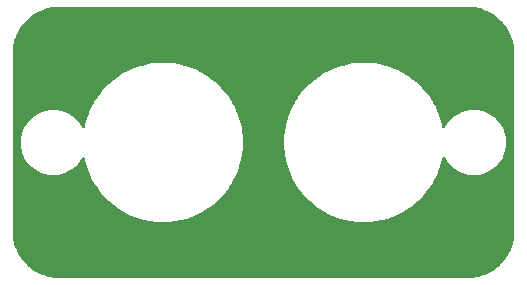
<source format=gbr>
%TF.GenerationSoftware,KiCad,Pcbnew,(6.0.6)*%
%TF.CreationDate,2022-08-24T09:27:37+01:00*%
%TF.ProjectId,frontcase,66726f6e-7463-4617-9365-2e6b69636164,rev?*%
%TF.SameCoordinates,Original*%
%TF.FileFunction,Copper,L2,Bot*%
%TF.FilePolarity,Positive*%
%FSLAX46Y46*%
G04 Gerber Fmt 4.6, Leading zero omitted, Abs format (unit mm)*
G04 Created by KiCad (PCBNEW (6.0.6)) date 2022-08-24 09:27:37*
%MOMM*%
%LPD*%
G01*
G04 APERTURE LIST*
G04 APERTURE END LIST*
%TA.AperFunction,NonConductor*%
G36*
X162249962Y-85501066D02*
G01*
X162250000Y-85501082D01*
X162250034Y-85501068D01*
X162252903Y-85501134D01*
X162595532Y-85516975D01*
X162599579Y-85517174D01*
X162614092Y-85517887D01*
X162625314Y-85518943D01*
X162869912Y-85553063D01*
X162870991Y-85553219D01*
X162920889Y-85560620D01*
X162991252Y-85571058D01*
X163001582Y-85573035D01*
X163132766Y-85603889D01*
X163222031Y-85624884D01*
X163223798Y-85625313D01*
X163361543Y-85659816D01*
X163370970Y-85662572D01*
X163577622Y-85731836D01*
X163580027Y-85732669D01*
X163666825Y-85763725D01*
X163721632Y-85783335D01*
X163730050Y-85786694D01*
X163849388Y-85839387D01*
X163925337Y-85872922D01*
X163928315Y-85874283D01*
X164068246Y-85940465D01*
X164075684Y-85944291D01*
X164259894Y-86046896D01*
X164263306Y-86048867D01*
X164398231Y-86129738D01*
X164404659Y-86133861D01*
X164577392Y-86252185D01*
X164581162Y-86254873D01*
X164708621Y-86349403D01*
X164714058Y-86353671D01*
X164874464Y-86486871D01*
X164878585Y-86490447D01*
X164996613Y-86597421D01*
X165001092Y-86601686D01*
X165148314Y-86748908D01*
X165152579Y-86753387D01*
X165259553Y-86871415D01*
X165263129Y-86875536D01*
X165396329Y-87035942D01*
X165400591Y-87041371D01*
X165495127Y-87168838D01*
X165497815Y-87172608D01*
X165616138Y-87345339D01*
X165620261Y-87351768D01*
X165701133Y-87486694D01*
X165703104Y-87490106D01*
X165805708Y-87674314D01*
X165809535Y-87681754D01*
X165875717Y-87821685D01*
X165877078Y-87824663D01*
X165963306Y-88019950D01*
X165966665Y-88028368D01*
X165986275Y-88083175D01*
X166017331Y-88169973D01*
X166018164Y-88172378D01*
X166087428Y-88379030D01*
X166090184Y-88388457D01*
X166124687Y-88526202D01*
X166125116Y-88527969D01*
X166146111Y-88617234D01*
X166176965Y-88748418D01*
X166178942Y-88758748D01*
X166189380Y-88829111D01*
X166196781Y-88879009D01*
X166196937Y-88880088D01*
X166231057Y-89124686D01*
X166232113Y-89135908D01*
X166233006Y-89154074D01*
X166233024Y-89154441D01*
X166245252Y-89418928D01*
X166245386Y-89424747D01*
X166245386Y-104575253D01*
X166245252Y-104581072D01*
X166233024Y-104845558D01*
X166233006Y-104845925D01*
X166232113Y-104864092D01*
X166231057Y-104875314D01*
X166196937Y-105119912D01*
X166196781Y-105120991D01*
X166178942Y-105241252D01*
X166176965Y-105251582D01*
X166146111Y-105382766D01*
X166125116Y-105472031D01*
X166124687Y-105473798D01*
X166090184Y-105611543D01*
X166087428Y-105620970D01*
X166018164Y-105827622D01*
X166017331Y-105830027D01*
X165986275Y-105916825D01*
X165966665Y-105971632D01*
X165963306Y-105980050D01*
X165910613Y-106099388D01*
X165877078Y-106175337D01*
X165875717Y-106178315D01*
X165809535Y-106318246D01*
X165805709Y-106325684D01*
X165703104Y-106509894D01*
X165701133Y-106513306D01*
X165620262Y-106648231D01*
X165616139Y-106654659D01*
X165497815Y-106827392D01*
X165495127Y-106831162D01*
X165400597Y-106958621D01*
X165396329Y-106964058D01*
X165263129Y-107124464D01*
X165259553Y-107128585D01*
X165152579Y-107246613D01*
X165148314Y-107251092D01*
X165001092Y-107398314D01*
X164996613Y-107402579D01*
X164878585Y-107509553D01*
X164874464Y-107513129D01*
X164714058Y-107646329D01*
X164708629Y-107650591D01*
X164581162Y-107745127D01*
X164577392Y-107747815D01*
X164404661Y-107866138D01*
X164398232Y-107870261D01*
X164263306Y-107951133D01*
X164259894Y-107953104D01*
X164075686Y-108055708D01*
X164068246Y-108059535D01*
X163928315Y-108125717D01*
X163925337Y-108127078D01*
X163849388Y-108160613D01*
X163730050Y-108213306D01*
X163721632Y-108216665D01*
X163666825Y-108236275D01*
X163580027Y-108267331D01*
X163577622Y-108268164D01*
X163370970Y-108337428D01*
X163361543Y-108340184D01*
X163223798Y-108374687D01*
X163222031Y-108375116D01*
X163132766Y-108396111D01*
X163001582Y-108426965D01*
X162991252Y-108428942D01*
X162920889Y-108439380D01*
X162870991Y-108446781D01*
X162869912Y-108446937D01*
X162625314Y-108481057D01*
X162614092Y-108482113D01*
X162599649Y-108482823D01*
X162595531Y-108483025D01*
X162256234Y-108498712D01*
X162250415Y-108498846D01*
X127749585Y-108498846D01*
X127743766Y-108498712D01*
X127404469Y-108483025D01*
X127400351Y-108482823D01*
X127385908Y-108482113D01*
X127374686Y-108481057D01*
X127130088Y-108446937D01*
X127129009Y-108446781D01*
X127079111Y-108439380D01*
X127008748Y-108428942D01*
X126998418Y-108426965D01*
X126867234Y-108396111D01*
X126777969Y-108375116D01*
X126776202Y-108374687D01*
X126638457Y-108340184D01*
X126629030Y-108337428D01*
X126422378Y-108268164D01*
X126419973Y-108267331D01*
X126333175Y-108236275D01*
X126278368Y-108216665D01*
X126269950Y-108213306D01*
X126150612Y-108160613D01*
X126074663Y-108127078D01*
X126071685Y-108125717D01*
X125931754Y-108059535D01*
X125924314Y-108055708D01*
X125740106Y-107953104D01*
X125736694Y-107951133D01*
X125601768Y-107870261D01*
X125595339Y-107866138D01*
X125422608Y-107747815D01*
X125418838Y-107745127D01*
X125291371Y-107650591D01*
X125285942Y-107646329D01*
X125125536Y-107513129D01*
X125121415Y-107509553D01*
X125003387Y-107402579D01*
X124998908Y-107398314D01*
X124851686Y-107251092D01*
X124847421Y-107246613D01*
X124740447Y-107128585D01*
X124736871Y-107124464D01*
X124603671Y-106964058D01*
X124599403Y-106958621D01*
X124504873Y-106831162D01*
X124502185Y-106827392D01*
X124383861Y-106654659D01*
X124379738Y-106648231D01*
X124298867Y-106513306D01*
X124296896Y-106509894D01*
X124194291Y-106325684D01*
X124190465Y-106318246D01*
X124124283Y-106178315D01*
X124122922Y-106175337D01*
X124089387Y-106099388D01*
X124036694Y-105980050D01*
X124033335Y-105971632D01*
X124013725Y-105916825D01*
X123982669Y-105830027D01*
X123981836Y-105827622D01*
X123912572Y-105620970D01*
X123909816Y-105611543D01*
X123875313Y-105473798D01*
X123874884Y-105472031D01*
X123853889Y-105382766D01*
X123823035Y-105251582D01*
X123821058Y-105241252D01*
X123803219Y-105120991D01*
X123803063Y-105119912D01*
X123768943Y-104875314D01*
X123767887Y-104864092D01*
X123766994Y-104845925D01*
X123766976Y-104845558D01*
X123751134Y-104502903D01*
X123751068Y-104500034D01*
X123751082Y-104500000D01*
X123751066Y-104499962D01*
X123751000Y-104497084D01*
X123751000Y-96985572D01*
X124444511Y-96985572D01*
X124462735Y-97316712D01*
X124463396Y-97320439D01*
X124463396Y-97320443D01*
X124490539Y-97473599D01*
X124520608Y-97643265D01*
X124521713Y-97646890D01*
X124521714Y-97646895D01*
X124592877Y-97880385D01*
X124617294Y-97960500D01*
X124751391Y-98263821D01*
X124761626Y-98281024D01*
X124919017Y-98545576D01*
X124919021Y-98545582D01*
X124920957Y-98548836D01*
X125123536Y-98811415D01*
X125126194Y-98814115D01*
X125337840Y-99029112D01*
X125356193Y-99047756D01*
X125615558Y-99254434D01*
X125897874Y-99428455D01*
X125901321Y-99430044D01*
X126195607Y-99565713D01*
X126195617Y-99565717D01*
X126199051Y-99567300D01*
X126202651Y-99568459D01*
X126202658Y-99568462D01*
X126511119Y-99667795D01*
X126511122Y-99667796D01*
X126514728Y-99668957D01*
X126518444Y-99669676D01*
X126518452Y-99669678D01*
X126836613Y-99731234D01*
X126836622Y-99731235D01*
X126840332Y-99731953D01*
X126844108Y-99732220D01*
X126844113Y-99732221D01*
X126942748Y-99739205D01*
X127102279Y-99750500D01*
X127283386Y-99750500D01*
X127285252Y-99750388D01*
X127285269Y-99750387D01*
X127527262Y-99735798D01*
X127527266Y-99735798D01*
X127531040Y-99735570D01*
X127534762Y-99734890D01*
X127534764Y-99734890D01*
X127608632Y-99721399D01*
X127857285Y-99675987D01*
X128174009Y-99577641D01*
X128476625Y-99441958D01*
X128760748Y-99270902D01*
X128763732Y-99268575D01*
X128763739Y-99268570D01*
X129019268Y-99069287D01*
X129019270Y-99069285D01*
X129022263Y-99066951D01*
X129257382Y-98833060D01*
X129462699Y-98572617D01*
X129635240Y-98289393D01*
X129639045Y-98281024D01*
X129685446Y-98227289D01*
X129753533Y-98207170D01*
X129821688Y-98227056D01*
X129868272Y-98280632D01*
X129877412Y-98309020D01*
X129910008Y-98475934D01*
X129923030Y-98542614D01*
X129923655Y-98544890D01*
X130056576Y-99029112D01*
X130056580Y-99029126D01*
X130057206Y-99031405D01*
X130227654Y-99508759D01*
X130228619Y-99510931D01*
X130405123Y-99908299D01*
X130433413Y-99971990D01*
X130434537Y-99974082D01*
X130434541Y-99974090D01*
X130672205Y-100416404D01*
X130672213Y-100416418D01*
X130673326Y-100418489D01*
X130946041Y-100845743D01*
X131250024Y-101251347D01*
X131251572Y-101253119D01*
X131251579Y-101253127D01*
X131539807Y-101582947D01*
X131583562Y-101633016D01*
X131585238Y-101634666D01*
X131585240Y-101634668D01*
X131943087Y-101986938D01*
X131943096Y-101986946D01*
X131944779Y-101988603D01*
X132331641Y-102316106D01*
X132333546Y-102317488D01*
X132333553Y-102317493D01*
X132643826Y-102542506D01*
X132741969Y-102613680D01*
X132743972Y-102614915D01*
X132743980Y-102614920D01*
X133171435Y-102878406D01*
X133171445Y-102878412D01*
X133173454Y-102879650D01*
X133623666Y-103112520D01*
X133625845Y-103113447D01*
X133625851Y-103113450D01*
X134087909Y-103310058D01*
X134087917Y-103310061D01*
X134090072Y-103310978D01*
X134092305Y-103311736D01*
X134509463Y-103453342D01*
X134570045Y-103473907D01*
X134572330Y-103474496D01*
X134572334Y-103474497D01*
X134917571Y-103563460D01*
X135060882Y-103600389D01*
X135063214Y-103600807D01*
X135063221Y-103600808D01*
X135254605Y-103635071D01*
X135559822Y-103689713D01*
X135814199Y-103715776D01*
X136061874Y-103741153D01*
X136061887Y-103741154D01*
X136064055Y-103741376D01*
X136082038Y-103741957D01*
X136345527Y-103750468D01*
X136345555Y-103750468D01*
X136346532Y-103750500D01*
X136632036Y-103750500D01*
X136633222Y-103750455D01*
X136633247Y-103750455D01*
X137004147Y-103736530D01*
X137004149Y-103736530D01*
X137006516Y-103736441D01*
X137510180Y-103679501D01*
X138008157Y-103584957D01*
X138418966Y-103474497D01*
X138495364Y-103453955D01*
X138495369Y-103453953D01*
X138497643Y-103453342D01*
X138499854Y-103452566D01*
X138499859Y-103452564D01*
X138618824Y-103410786D01*
X138975883Y-103285396D01*
X138978026Y-103284457D01*
X138978040Y-103284452D01*
X139438023Y-103083012D01*
X139438027Y-103083010D01*
X139440185Y-103082065D01*
X139824019Y-102878406D01*
X139885852Y-102845598D01*
X139885858Y-102845594D01*
X139887934Y-102844493D01*
X140316610Y-102574019D01*
X140318491Y-102572624D01*
X140318505Y-102572615D01*
X140721898Y-102273574D01*
X140723800Y-102272164D01*
X140861049Y-102153484D01*
X141105417Y-101942180D01*
X141105428Y-101942170D01*
X141107211Y-101940628D01*
X141464684Y-101581278D01*
X141794207Y-101196137D01*
X142051128Y-100845743D01*
X142092517Y-100789295D01*
X142092520Y-100789290D01*
X142093926Y-100787373D01*
X142322738Y-100420485D01*
X142360897Y-100359299D01*
X142360902Y-100359291D01*
X142362152Y-100357286D01*
X142597376Y-99908299D01*
X142740793Y-99576087D01*
X142797340Y-99445101D01*
X142797343Y-99445093D01*
X142798273Y-99442939D01*
X142927297Y-99069287D01*
X142962942Y-98966060D01*
X142962945Y-98966050D01*
X142963713Y-98963826D01*
X142964313Y-98961548D01*
X143092165Y-98475934D01*
X143092168Y-98475922D01*
X143092764Y-98473657D01*
X143093193Y-98471334D01*
X143172229Y-98042802D01*
X143184699Y-97975192D01*
X143239001Y-97471237D01*
X143239078Y-97468856D01*
X143253079Y-97035371D01*
X146744636Y-97035371D01*
X146766303Y-97541780D01*
X146782060Y-97674910D01*
X146819466Y-97990945D01*
X146825880Y-98045139D01*
X146826332Y-98047452D01*
X146826332Y-98047454D01*
X146871869Y-98280632D01*
X146923030Y-98542614D01*
X146923655Y-98544890D01*
X147056576Y-99029112D01*
X147056580Y-99029126D01*
X147057206Y-99031405D01*
X147227654Y-99508759D01*
X147228619Y-99510931D01*
X147405123Y-99908299D01*
X147433413Y-99971990D01*
X147434537Y-99974082D01*
X147434541Y-99974090D01*
X147672205Y-100416404D01*
X147672213Y-100416418D01*
X147673326Y-100418489D01*
X147946041Y-100845743D01*
X148250024Y-101251347D01*
X148251572Y-101253119D01*
X148251579Y-101253127D01*
X148539807Y-101582947D01*
X148583562Y-101633016D01*
X148585238Y-101634666D01*
X148585240Y-101634668D01*
X148943087Y-101986938D01*
X148943096Y-101986946D01*
X148944779Y-101988603D01*
X149331641Y-102316106D01*
X149333546Y-102317488D01*
X149333553Y-102317493D01*
X149643826Y-102542506D01*
X149741969Y-102613680D01*
X149743972Y-102614915D01*
X149743980Y-102614920D01*
X150171435Y-102878406D01*
X150171445Y-102878412D01*
X150173454Y-102879650D01*
X150623666Y-103112520D01*
X150625845Y-103113447D01*
X150625851Y-103113450D01*
X151087909Y-103310058D01*
X151087917Y-103310061D01*
X151090072Y-103310978D01*
X151092305Y-103311736D01*
X151509463Y-103453342D01*
X151570045Y-103473907D01*
X151572330Y-103474496D01*
X151572334Y-103474497D01*
X151917571Y-103563460D01*
X152060882Y-103600389D01*
X152063214Y-103600807D01*
X152063221Y-103600808D01*
X152254605Y-103635071D01*
X152559822Y-103689713D01*
X152814199Y-103715776D01*
X153061874Y-103741153D01*
X153061887Y-103741154D01*
X153064055Y-103741376D01*
X153082038Y-103741957D01*
X153345527Y-103750468D01*
X153345555Y-103750468D01*
X153346532Y-103750500D01*
X153632036Y-103750500D01*
X153633222Y-103750455D01*
X153633247Y-103750455D01*
X154004147Y-103736530D01*
X154004149Y-103736530D01*
X154006516Y-103736441D01*
X154510180Y-103679501D01*
X155008157Y-103584957D01*
X155418966Y-103474497D01*
X155495364Y-103453955D01*
X155495369Y-103453953D01*
X155497643Y-103453342D01*
X155499854Y-103452566D01*
X155499859Y-103452564D01*
X155618824Y-103410786D01*
X155975883Y-103285396D01*
X155978026Y-103284457D01*
X155978040Y-103284452D01*
X156438023Y-103083012D01*
X156438027Y-103083010D01*
X156440185Y-103082065D01*
X156824019Y-102878406D01*
X156885852Y-102845598D01*
X156885858Y-102845594D01*
X156887934Y-102844493D01*
X157316610Y-102574019D01*
X157318491Y-102572624D01*
X157318505Y-102572615D01*
X157721898Y-102273574D01*
X157723800Y-102272164D01*
X157861049Y-102153484D01*
X158105417Y-101942180D01*
X158105428Y-101942170D01*
X158107211Y-101940628D01*
X158464684Y-101581278D01*
X158794207Y-101196137D01*
X159051128Y-100845743D01*
X159092517Y-100789295D01*
X159092520Y-100789290D01*
X159093926Y-100787373D01*
X159322738Y-100420485D01*
X159360897Y-100359299D01*
X159360902Y-100359291D01*
X159362152Y-100357286D01*
X159597376Y-99908299D01*
X159740793Y-99576087D01*
X159797340Y-99445101D01*
X159797343Y-99445093D01*
X159798273Y-99442939D01*
X159927297Y-99069287D01*
X159962942Y-98966060D01*
X159962945Y-98966050D01*
X159963713Y-98963826D01*
X159964313Y-98961548D01*
X160092165Y-98475934D01*
X160092168Y-98475922D01*
X160092764Y-98473657D01*
X160093192Y-98471338D01*
X160093193Y-98471334D01*
X160122709Y-98311296D01*
X160154734Y-98247933D01*
X160215933Y-98211943D01*
X160286874Y-98214752D01*
X160345034Y-98255470D01*
X160354904Y-98269726D01*
X160519017Y-98545576D01*
X160519021Y-98545582D01*
X160520957Y-98548836D01*
X160723536Y-98811415D01*
X160726194Y-98814115D01*
X160937840Y-99029112D01*
X160956193Y-99047756D01*
X161215558Y-99254434D01*
X161497874Y-99428455D01*
X161501321Y-99430044D01*
X161795607Y-99565713D01*
X161795617Y-99565717D01*
X161799051Y-99567300D01*
X161802651Y-99568459D01*
X161802658Y-99568462D01*
X162111119Y-99667795D01*
X162111122Y-99667796D01*
X162114728Y-99668957D01*
X162118444Y-99669676D01*
X162118452Y-99669678D01*
X162436613Y-99731234D01*
X162436622Y-99731235D01*
X162440332Y-99731953D01*
X162444108Y-99732220D01*
X162444113Y-99732221D01*
X162542748Y-99739205D01*
X162702279Y-99750500D01*
X162883386Y-99750500D01*
X162885252Y-99750388D01*
X162885269Y-99750387D01*
X163127262Y-99735798D01*
X163127266Y-99735798D01*
X163131040Y-99735570D01*
X163134762Y-99734890D01*
X163134764Y-99734890D01*
X163208632Y-99721399D01*
X163457285Y-99675987D01*
X163774009Y-99577641D01*
X164076625Y-99441958D01*
X164360748Y-99270902D01*
X164363732Y-99268575D01*
X164363739Y-99268570D01*
X164619268Y-99069287D01*
X164619270Y-99069285D01*
X164622263Y-99066951D01*
X164857382Y-98833060D01*
X165062699Y-98572617D01*
X165235240Y-98289393D01*
X165290021Y-98168909D01*
X165370937Y-97990945D01*
X165370940Y-97990937D01*
X165372506Y-97987493D01*
X165472509Y-97671288D01*
X165533799Y-97345359D01*
X165555489Y-97014428D01*
X165537265Y-96683288D01*
X165510302Y-96531144D01*
X165480053Y-96360465D01*
X165479392Y-96356735D01*
X165470852Y-96328712D01*
X165383815Y-96043139D01*
X165382706Y-96039500D01*
X165248609Y-95736179D01*
X165125152Y-95528666D01*
X165080983Y-95454424D01*
X165080979Y-95454418D01*
X165079043Y-95451164D01*
X164876464Y-95188585D01*
X164724230Y-95033940D01*
X164646470Y-94954949D01*
X164646469Y-94954948D01*
X164643807Y-94952244D01*
X164384442Y-94745566D01*
X164102126Y-94571545D01*
X163932778Y-94493474D01*
X163804393Y-94434287D01*
X163804383Y-94434283D01*
X163800949Y-94432700D01*
X163797349Y-94431541D01*
X163797342Y-94431538D01*
X163488881Y-94332205D01*
X163488878Y-94332204D01*
X163485272Y-94331043D01*
X163481556Y-94330324D01*
X163481548Y-94330322D01*
X163163387Y-94268766D01*
X163163378Y-94268765D01*
X163159668Y-94268047D01*
X163155892Y-94267780D01*
X163155887Y-94267779D01*
X163057252Y-94260795D01*
X162897721Y-94249500D01*
X162716614Y-94249500D01*
X162714748Y-94249612D01*
X162714731Y-94249613D01*
X162472738Y-94264202D01*
X162472734Y-94264202D01*
X162468960Y-94264430D01*
X162465238Y-94265110D01*
X162465236Y-94265110D01*
X162449155Y-94268047D01*
X162142715Y-94324013D01*
X161825991Y-94422359D01*
X161523375Y-94558042D01*
X161239252Y-94729098D01*
X161236268Y-94731425D01*
X161236261Y-94731430D01*
X161215103Y-94747931D01*
X160977737Y-94933049D01*
X160742618Y-95166940D01*
X160537301Y-95427383D01*
X160364760Y-95710607D01*
X160363194Y-95714050D01*
X160363193Y-95714053D01*
X160360955Y-95718976D01*
X160314554Y-95772711D01*
X160246467Y-95792830D01*
X160178312Y-95772944D01*
X160131728Y-95719368D01*
X160122588Y-95690980D01*
X160077422Y-95459700D01*
X160077421Y-95459697D01*
X160076970Y-95457386D01*
X160003183Y-95188585D01*
X159943424Y-94970888D01*
X159943420Y-94970874D01*
X159942794Y-94968595D01*
X159772346Y-94491241D01*
X159595838Y-94093863D01*
X159567556Y-94030191D01*
X159567553Y-94030186D01*
X159566587Y-94028010D01*
X159359560Y-93642714D01*
X159327795Y-93583596D01*
X159327787Y-93583582D01*
X159326674Y-93581511D01*
X159053959Y-93154257D01*
X158749976Y-92748653D01*
X158748428Y-92746881D01*
X158748421Y-92746873D01*
X158417984Y-92368753D01*
X158417983Y-92368752D01*
X158416438Y-92366984D01*
X158414760Y-92365332D01*
X158056913Y-92013062D01*
X158056904Y-92013054D01*
X158055221Y-92011397D01*
X157668359Y-91683894D01*
X157666454Y-91682512D01*
X157666447Y-91682507D01*
X157259942Y-91387706D01*
X157258031Y-91386320D01*
X157256028Y-91385085D01*
X157256020Y-91385080D01*
X156828565Y-91121594D01*
X156828555Y-91121588D01*
X156826546Y-91120350D01*
X156376334Y-90887480D01*
X156374155Y-90886553D01*
X156374149Y-90886550D01*
X155912091Y-90689942D01*
X155912083Y-90689939D01*
X155909928Y-90689022D01*
X155885158Y-90680614D01*
X155432194Y-90526853D01*
X155432193Y-90526853D01*
X155429955Y-90526093D01*
X155427670Y-90525504D01*
X155427666Y-90525503D01*
X154999005Y-90415043D01*
X154939118Y-90399611D01*
X154936786Y-90399193D01*
X154936779Y-90399192D01*
X154745395Y-90364929D01*
X154440178Y-90310287D01*
X154185801Y-90284224D01*
X153938126Y-90258847D01*
X153938113Y-90258846D01*
X153935945Y-90258624D01*
X153917962Y-90258043D01*
X153654473Y-90249532D01*
X153654445Y-90249532D01*
X153653468Y-90249500D01*
X153367964Y-90249500D01*
X153366778Y-90249545D01*
X153366753Y-90249545D01*
X152995853Y-90263470D01*
X152995851Y-90263470D01*
X152993484Y-90263559D01*
X152489820Y-90320499D01*
X151991843Y-90415043D01*
X151706961Y-90491643D01*
X151504636Y-90546045D01*
X151504631Y-90546047D01*
X151502357Y-90546658D01*
X151500146Y-90547434D01*
X151500141Y-90547436D01*
X151381176Y-90589214D01*
X151024117Y-90714604D01*
X151021974Y-90715543D01*
X151021960Y-90715548D01*
X150561977Y-90916988D01*
X150559815Y-90917935D01*
X150276610Y-91068201D01*
X150114148Y-91154402D01*
X150114142Y-91154406D01*
X150112066Y-91155507D01*
X149683390Y-91425981D01*
X149681509Y-91427376D01*
X149681495Y-91427385D01*
X149337347Y-91682507D01*
X149276200Y-91727836D01*
X149274401Y-91729392D01*
X148894583Y-92057820D01*
X148894572Y-92057830D01*
X148892789Y-92059372D01*
X148535316Y-92418722D01*
X148205793Y-92803863D01*
X148204405Y-92805756D01*
X148204401Y-92805761D01*
X147947401Y-93156264D01*
X147906074Y-93212627D01*
X147904812Y-93214651D01*
X147904809Y-93214655D01*
X147676018Y-93581511D01*
X147637848Y-93642714D01*
X147402624Y-94091701D01*
X147327763Y-94265110D01*
X147229178Y-94493474D01*
X147201727Y-94557061D01*
X147196726Y-94571545D01*
X147058831Y-94970888D01*
X147036287Y-95036174D01*
X147035689Y-95038446D01*
X147035687Y-95038452D01*
X146924782Y-95459700D01*
X146907236Y-95526343D01*
X146906810Y-95528655D01*
X146906808Y-95528662D01*
X146877291Y-95688704D01*
X146815301Y-96024808D01*
X146760999Y-96528763D01*
X146760922Y-96531141D01*
X146760922Y-96531144D01*
X146745435Y-97010647D01*
X146744636Y-97035371D01*
X143253079Y-97035371D01*
X143255288Y-96966989D01*
X143255288Y-96966983D01*
X143255364Y-96964629D01*
X143233697Y-96458220D01*
X143193620Y-96119615D01*
X143174397Y-95957198D01*
X143174395Y-95957188D01*
X143174120Y-95954861D01*
X143142478Y-95792830D01*
X143077422Y-95459700D01*
X143077421Y-95459697D01*
X143076970Y-95457386D01*
X143003183Y-95188585D01*
X142943424Y-94970888D01*
X142943420Y-94970874D01*
X142942794Y-94968595D01*
X142772346Y-94491241D01*
X142595838Y-94093863D01*
X142567556Y-94030191D01*
X142567553Y-94030186D01*
X142566587Y-94028010D01*
X142359560Y-93642714D01*
X142327795Y-93583596D01*
X142327787Y-93583582D01*
X142326674Y-93581511D01*
X142053959Y-93154257D01*
X141749976Y-92748653D01*
X141748428Y-92746881D01*
X141748421Y-92746873D01*
X141417984Y-92368753D01*
X141417983Y-92368752D01*
X141416438Y-92366984D01*
X141414760Y-92365332D01*
X141056913Y-92013062D01*
X141056904Y-92013054D01*
X141055221Y-92011397D01*
X140668359Y-91683894D01*
X140666454Y-91682512D01*
X140666447Y-91682507D01*
X140259942Y-91387706D01*
X140258031Y-91386320D01*
X140256028Y-91385085D01*
X140256020Y-91385080D01*
X139828565Y-91121594D01*
X139828555Y-91121588D01*
X139826546Y-91120350D01*
X139376334Y-90887480D01*
X139374155Y-90886553D01*
X139374149Y-90886550D01*
X138912091Y-90689942D01*
X138912083Y-90689939D01*
X138909928Y-90689022D01*
X138885158Y-90680614D01*
X138432194Y-90526853D01*
X138432193Y-90526853D01*
X138429955Y-90526093D01*
X138427670Y-90525504D01*
X138427666Y-90525503D01*
X137999005Y-90415043D01*
X137939118Y-90399611D01*
X137936786Y-90399193D01*
X137936779Y-90399192D01*
X137745395Y-90364929D01*
X137440178Y-90310287D01*
X137185801Y-90284224D01*
X136938126Y-90258847D01*
X136938113Y-90258846D01*
X136935945Y-90258624D01*
X136917962Y-90258043D01*
X136654473Y-90249532D01*
X136654445Y-90249532D01*
X136653468Y-90249500D01*
X136367964Y-90249500D01*
X136366778Y-90249545D01*
X136366753Y-90249545D01*
X135995853Y-90263470D01*
X135995851Y-90263470D01*
X135993484Y-90263559D01*
X135489820Y-90320499D01*
X134991843Y-90415043D01*
X134706961Y-90491643D01*
X134504636Y-90546045D01*
X134504631Y-90546047D01*
X134502357Y-90546658D01*
X134500146Y-90547434D01*
X134500141Y-90547436D01*
X134381176Y-90589214D01*
X134024117Y-90714604D01*
X134021974Y-90715543D01*
X134021960Y-90715548D01*
X133561977Y-90916988D01*
X133559815Y-90917935D01*
X133276610Y-91068201D01*
X133114148Y-91154402D01*
X133114142Y-91154406D01*
X133112066Y-91155507D01*
X132683390Y-91425981D01*
X132681509Y-91427376D01*
X132681495Y-91427385D01*
X132337347Y-91682507D01*
X132276200Y-91727836D01*
X132274401Y-91729392D01*
X131894583Y-92057820D01*
X131894572Y-92057830D01*
X131892789Y-92059372D01*
X131535316Y-92418722D01*
X131205793Y-92803863D01*
X131204405Y-92805756D01*
X131204401Y-92805761D01*
X130947401Y-93156264D01*
X130906074Y-93212627D01*
X130904812Y-93214651D01*
X130904809Y-93214655D01*
X130676018Y-93581511D01*
X130637848Y-93642714D01*
X130402624Y-94091701D01*
X130327763Y-94265110D01*
X130229178Y-94493474D01*
X130201727Y-94557061D01*
X130196726Y-94571545D01*
X130058831Y-94970888D01*
X130036287Y-95036174D01*
X130035689Y-95038446D01*
X130035687Y-95038452D01*
X129924782Y-95459700D01*
X129907236Y-95526343D01*
X129906810Y-95528652D01*
X129906807Y-95528666D01*
X129877291Y-95688704D01*
X129845266Y-95752067D01*
X129784067Y-95788057D01*
X129713126Y-95785248D01*
X129654966Y-95744530D01*
X129645096Y-95730274D01*
X129480983Y-95454424D01*
X129480979Y-95454418D01*
X129479043Y-95451164D01*
X129276464Y-95188585D01*
X129124230Y-95033940D01*
X129046470Y-94954949D01*
X129046469Y-94954948D01*
X129043807Y-94952244D01*
X128784442Y-94745566D01*
X128502126Y-94571545D01*
X128332778Y-94493474D01*
X128204393Y-94434287D01*
X128204383Y-94434283D01*
X128200949Y-94432700D01*
X128197349Y-94431541D01*
X128197342Y-94431538D01*
X127888881Y-94332205D01*
X127888878Y-94332204D01*
X127885272Y-94331043D01*
X127881556Y-94330324D01*
X127881548Y-94330322D01*
X127563387Y-94268766D01*
X127563378Y-94268765D01*
X127559668Y-94268047D01*
X127555892Y-94267780D01*
X127555887Y-94267779D01*
X127457252Y-94260795D01*
X127297721Y-94249500D01*
X127116614Y-94249500D01*
X127114748Y-94249612D01*
X127114731Y-94249613D01*
X126872738Y-94264202D01*
X126872734Y-94264202D01*
X126868960Y-94264430D01*
X126865238Y-94265110D01*
X126865236Y-94265110D01*
X126849155Y-94268047D01*
X126542715Y-94324013D01*
X126225991Y-94422359D01*
X125923375Y-94558042D01*
X125639252Y-94729098D01*
X125636268Y-94731425D01*
X125636261Y-94731430D01*
X125615103Y-94747931D01*
X125377737Y-94933049D01*
X125142618Y-95166940D01*
X124937301Y-95427383D01*
X124764760Y-95710607D01*
X124753133Y-95736179D01*
X124629063Y-96009055D01*
X124629060Y-96009063D01*
X124627494Y-96012507D01*
X124527491Y-96328712D01*
X124466201Y-96654641D01*
X124444511Y-96985572D01*
X123751000Y-96985572D01*
X123751000Y-89502916D01*
X123751066Y-89500038D01*
X123751082Y-89500000D01*
X123751068Y-89499966D01*
X123751134Y-89497097D01*
X123766976Y-89154442D01*
X123766994Y-89154075D01*
X123767887Y-89135908D01*
X123768943Y-89124686D01*
X123803063Y-88880088D01*
X123803219Y-88879009D01*
X123810620Y-88829111D01*
X123821058Y-88758748D01*
X123823035Y-88748418D01*
X123853889Y-88617234D01*
X123874884Y-88527969D01*
X123875313Y-88526202D01*
X123909816Y-88388457D01*
X123912572Y-88379030D01*
X123981836Y-88172378D01*
X123982669Y-88169973D01*
X124013725Y-88083175D01*
X124033335Y-88028368D01*
X124036694Y-88019950D01*
X124122922Y-87824663D01*
X124124283Y-87821685D01*
X124190465Y-87681754D01*
X124194292Y-87674314D01*
X124296896Y-87490106D01*
X124298867Y-87486694D01*
X124379739Y-87351768D01*
X124383862Y-87345339D01*
X124502185Y-87172608D01*
X124504873Y-87168838D01*
X124599409Y-87041371D01*
X124603671Y-87035942D01*
X124736871Y-86875536D01*
X124740447Y-86871415D01*
X124847421Y-86753387D01*
X124851686Y-86748908D01*
X124998908Y-86601686D01*
X125003387Y-86597421D01*
X125121415Y-86490447D01*
X125125536Y-86486871D01*
X125285942Y-86353671D01*
X125291379Y-86349403D01*
X125418838Y-86254873D01*
X125422608Y-86252185D01*
X125595341Y-86133861D01*
X125601769Y-86129738D01*
X125736694Y-86048867D01*
X125740106Y-86046896D01*
X125924316Y-85944291D01*
X125931754Y-85940465D01*
X126071685Y-85874283D01*
X126074663Y-85872922D01*
X126150612Y-85839387D01*
X126269950Y-85786694D01*
X126278368Y-85783335D01*
X126333175Y-85763725D01*
X126419973Y-85732669D01*
X126422378Y-85731836D01*
X126629030Y-85662572D01*
X126638457Y-85659816D01*
X126776202Y-85625313D01*
X126777969Y-85624884D01*
X126867234Y-85603889D01*
X126998418Y-85573035D01*
X127008748Y-85571058D01*
X127079111Y-85560620D01*
X127129009Y-85553219D01*
X127130088Y-85553063D01*
X127374686Y-85518943D01*
X127385908Y-85517887D01*
X127400421Y-85517174D01*
X127404468Y-85516975D01*
X127747097Y-85501134D01*
X127749966Y-85501068D01*
X127750000Y-85501082D01*
X127750038Y-85501066D01*
X127752916Y-85501000D01*
X162247084Y-85501000D01*
X162249962Y-85501066D01*
G37*
%TD.AperFunction*%
M02*

</source>
